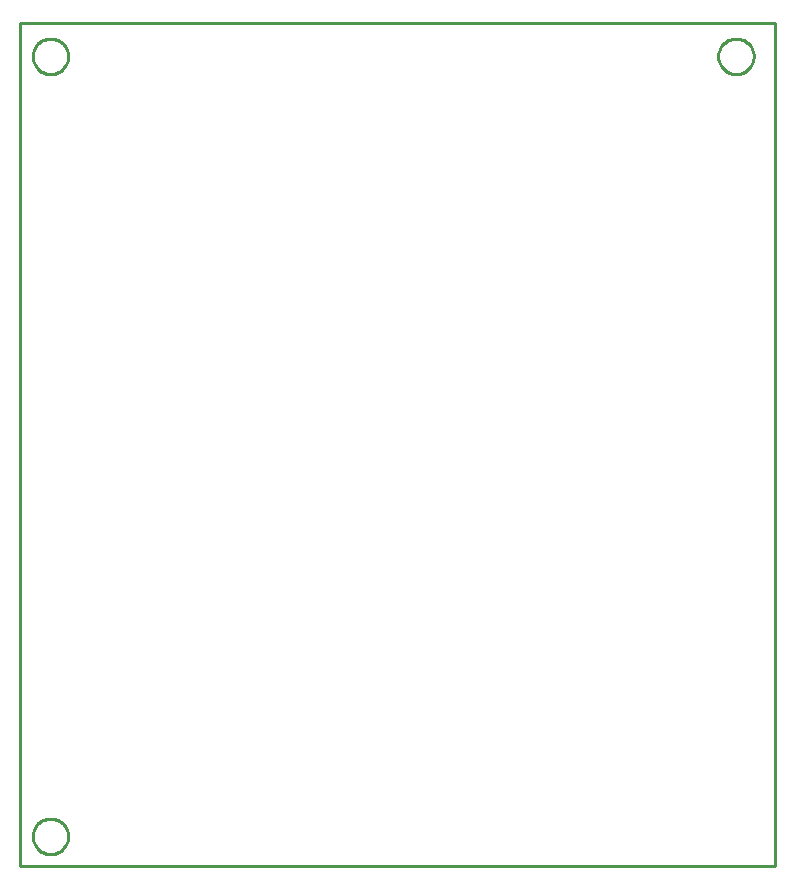
<source format=gbr>
G04 EAGLE Gerber RS-274X export*
G75*
%MOMM*%
%FSLAX34Y34*%
%LPD*%
%IN*%
%IPPOS*%
%AMOC8*
5,1,8,0,0,1.08239X$1,22.5*%
G01*
%ADD10C,0.254000*%


D10*
X0Y285750D02*
X638750Y285750D01*
X638750Y1000000D01*
X0Y1000000D01*
X0Y285750D01*
X40400Y310614D02*
X40324Y309546D01*
X40171Y308485D01*
X39943Y307438D01*
X39641Y306410D01*
X39267Y305406D01*
X38822Y304431D01*
X38308Y303491D01*
X37729Y302590D01*
X37087Y301732D01*
X36385Y300922D01*
X35628Y300165D01*
X34818Y299463D01*
X33960Y298821D01*
X33059Y298242D01*
X32119Y297728D01*
X31144Y297283D01*
X30140Y296909D01*
X29112Y296607D01*
X28065Y296379D01*
X27004Y296226D01*
X25936Y296150D01*
X24864Y296150D01*
X23796Y296226D01*
X22735Y296379D01*
X21688Y296607D01*
X20660Y296909D01*
X19656Y297283D01*
X18681Y297728D01*
X17741Y298242D01*
X16840Y298821D01*
X15982Y299463D01*
X15172Y300165D01*
X14415Y300922D01*
X13713Y301732D01*
X13071Y302590D01*
X12492Y303491D01*
X11978Y304431D01*
X11533Y305406D01*
X11159Y306410D01*
X10857Y307438D01*
X10629Y308485D01*
X10476Y309546D01*
X10400Y310614D01*
X10400Y311686D01*
X10476Y312754D01*
X10629Y313815D01*
X10857Y314862D01*
X11159Y315890D01*
X11533Y316894D01*
X11978Y317869D01*
X12492Y318809D01*
X13071Y319710D01*
X13713Y320568D01*
X14415Y321378D01*
X15172Y322135D01*
X15982Y322837D01*
X16840Y323479D01*
X17741Y324058D01*
X18681Y324572D01*
X19656Y325017D01*
X20660Y325391D01*
X21688Y325693D01*
X22735Y325921D01*
X23796Y326074D01*
X24864Y326150D01*
X25936Y326150D01*
X27004Y326074D01*
X28065Y325921D01*
X29112Y325693D01*
X30140Y325391D01*
X31144Y325017D01*
X32119Y324572D01*
X33059Y324058D01*
X33960Y323479D01*
X34818Y322837D01*
X35628Y322135D01*
X36385Y321378D01*
X37087Y320568D01*
X37729Y319710D01*
X38308Y318809D01*
X38822Y317869D01*
X39267Y316894D01*
X39641Y315890D01*
X39943Y314862D01*
X40171Y313815D01*
X40324Y312754D01*
X40400Y311686D01*
X40400Y310614D01*
X620790Y971014D02*
X620714Y969946D01*
X620561Y968885D01*
X620333Y967838D01*
X620031Y966810D01*
X619657Y965806D01*
X619212Y964831D01*
X618698Y963891D01*
X618119Y962990D01*
X617477Y962132D01*
X616775Y961322D01*
X616018Y960565D01*
X615208Y959863D01*
X614350Y959221D01*
X613449Y958642D01*
X612509Y958128D01*
X611534Y957683D01*
X610530Y957309D01*
X609502Y957007D01*
X608455Y956779D01*
X607394Y956626D01*
X606326Y956550D01*
X605254Y956550D01*
X604186Y956626D01*
X603125Y956779D01*
X602078Y957007D01*
X601050Y957309D01*
X600046Y957683D01*
X599071Y958128D01*
X598131Y958642D01*
X597230Y959221D01*
X596372Y959863D01*
X595562Y960565D01*
X594805Y961322D01*
X594103Y962132D01*
X593461Y962990D01*
X592882Y963891D01*
X592368Y964831D01*
X591923Y965806D01*
X591549Y966810D01*
X591247Y967838D01*
X591019Y968885D01*
X590866Y969946D01*
X590790Y971014D01*
X590790Y972086D01*
X590866Y973154D01*
X591019Y974215D01*
X591247Y975262D01*
X591549Y976290D01*
X591923Y977294D01*
X592368Y978269D01*
X592882Y979209D01*
X593461Y980110D01*
X594103Y980968D01*
X594805Y981778D01*
X595562Y982535D01*
X596372Y983237D01*
X597230Y983879D01*
X598131Y984458D01*
X599071Y984972D01*
X600046Y985417D01*
X601050Y985791D01*
X602078Y986093D01*
X603125Y986321D01*
X604186Y986474D01*
X605254Y986550D01*
X606326Y986550D01*
X607394Y986474D01*
X608455Y986321D01*
X609502Y986093D01*
X610530Y985791D01*
X611534Y985417D01*
X612509Y984972D01*
X613449Y984458D01*
X614350Y983879D01*
X615208Y983237D01*
X616018Y982535D01*
X616775Y981778D01*
X617477Y980968D01*
X618119Y980110D01*
X618698Y979209D01*
X619212Y978269D01*
X619657Y977294D01*
X620031Y976290D01*
X620333Y975262D01*
X620561Y974215D01*
X620714Y973154D01*
X620790Y972086D01*
X620790Y971014D01*
X40400Y971014D02*
X40324Y969946D01*
X40171Y968885D01*
X39943Y967838D01*
X39641Y966810D01*
X39267Y965806D01*
X38822Y964831D01*
X38308Y963891D01*
X37729Y962990D01*
X37087Y962132D01*
X36385Y961322D01*
X35628Y960565D01*
X34818Y959863D01*
X33960Y959221D01*
X33059Y958642D01*
X32119Y958128D01*
X31144Y957683D01*
X30140Y957309D01*
X29112Y957007D01*
X28065Y956779D01*
X27004Y956626D01*
X25936Y956550D01*
X24864Y956550D01*
X23796Y956626D01*
X22735Y956779D01*
X21688Y957007D01*
X20660Y957309D01*
X19656Y957683D01*
X18681Y958128D01*
X17741Y958642D01*
X16840Y959221D01*
X15982Y959863D01*
X15172Y960565D01*
X14415Y961322D01*
X13713Y962132D01*
X13071Y962990D01*
X12492Y963891D01*
X11978Y964831D01*
X11533Y965806D01*
X11159Y966810D01*
X10857Y967838D01*
X10629Y968885D01*
X10476Y969946D01*
X10400Y971014D01*
X10400Y972086D01*
X10476Y973154D01*
X10629Y974215D01*
X10857Y975262D01*
X11159Y976290D01*
X11533Y977294D01*
X11978Y978269D01*
X12492Y979209D01*
X13071Y980110D01*
X13713Y980968D01*
X14415Y981778D01*
X15172Y982535D01*
X15982Y983237D01*
X16840Y983879D01*
X17741Y984458D01*
X18681Y984972D01*
X19656Y985417D01*
X20660Y985791D01*
X21688Y986093D01*
X22735Y986321D01*
X23796Y986474D01*
X24864Y986550D01*
X25936Y986550D01*
X27004Y986474D01*
X28065Y986321D01*
X29112Y986093D01*
X30140Y985791D01*
X31144Y985417D01*
X32119Y984972D01*
X33059Y984458D01*
X33960Y983879D01*
X34818Y983237D01*
X35628Y982535D01*
X36385Y981778D01*
X37087Y980968D01*
X37729Y980110D01*
X38308Y979209D01*
X38822Y978269D01*
X39267Y977294D01*
X39641Y976290D01*
X39943Y975262D01*
X40171Y974215D01*
X40324Y973154D01*
X40400Y972086D01*
X40400Y971014D01*
M02*

</source>
